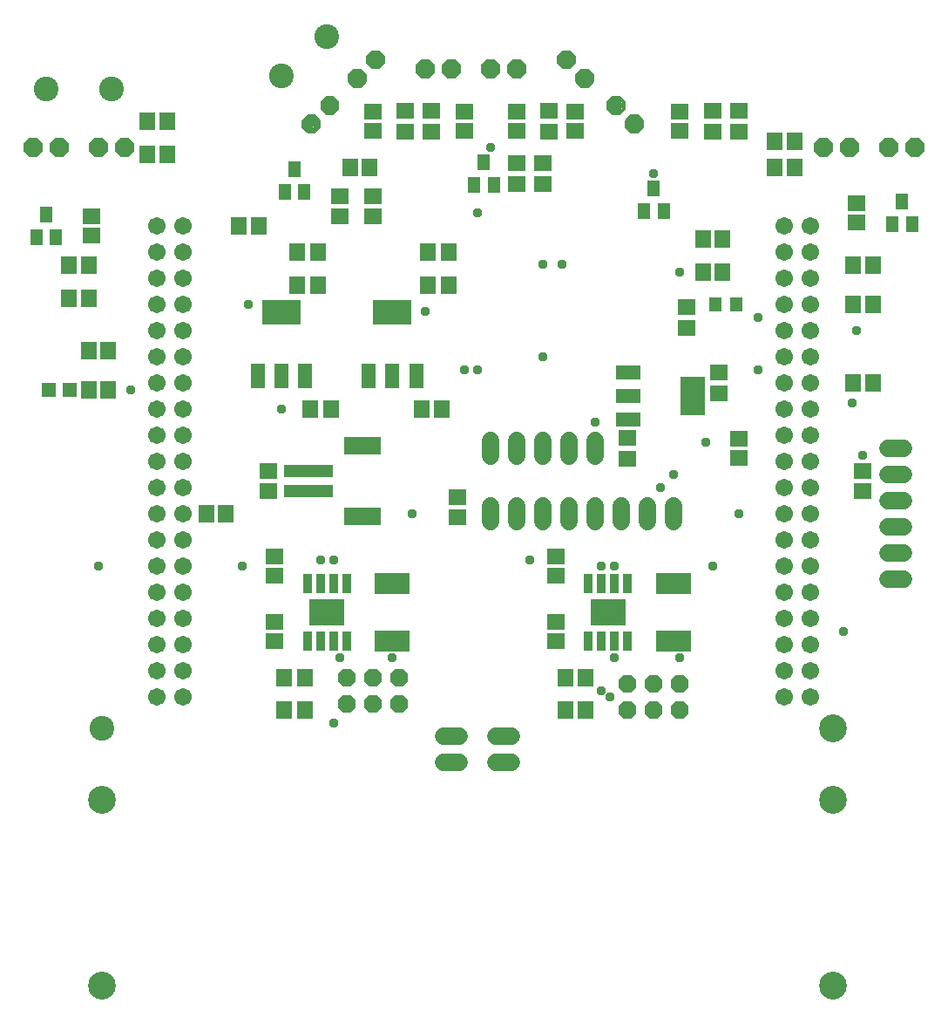
<source format=gts>
G75*
%MOIN*%
%OFA0B0*%
%FSLAX25Y25*%
%IPPOS*%
%LPD*%
%AMOC8*
5,1,8,0,0,1.08239X$1,22.5*
%
%ADD10C,0.10643*%
%ADD11C,0.09461*%
%ADD12R,0.07099X0.05918*%
%ADD13R,0.05918X0.07099*%
%ADD14R,0.05599X0.09599*%
%ADD15R,0.14973X0.09461*%
%ADD16R,0.18910X0.04737*%
%ADD17R,0.14186X0.07099*%
%ADD18OC8,0.06800*%
%ADD19C,0.01480*%
%ADD20R,0.05524X0.05524*%
%ADD21OC8,0.07400*%
%ADD22C,0.06800*%
%ADD23R,0.04737X0.06312*%
%ADD24R,0.05918X0.06706*%
%ADD25R,0.06706X0.05918*%
%ADD26R,0.13398X0.07887*%
%ADD27R,0.03359X0.07690*%
%ADD28R,0.13792X0.10288*%
%ADD29C,0.06737*%
%ADD30R,0.04737X0.05721*%
%ADD31R,0.09599X0.05599*%
%ADD32R,0.09461X0.14973*%
%ADD33C,0.03778*%
D10*
X0084012Y0026185D03*
X0084012Y0097051D03*
X0363540Y0097051D03*
X0363540Y0124610D03*
X0363540Y0026185D03*
D11*
X0084012Y0124610D03*
X0087595Y0369000D03*
X0062595Y0369000D03*
X0152595Y0374000D03*
X0170095Y0389000D03*
D12*
X0200095Y0360437D03*
X0200095Y0352563D03*
X0210095Y0352563D03*
X0210095Y0360437D03*
X0242595Y0360240D03*
X0242595Y0352760D03*
X0242595Y0340437D03*
X0242595Y0332563D03*
X0252595Y0332563D03*
X0252595Y0340437D03*
X0255095Y0352563D03*
X0255095Y0360437D03*
X0305095Y0360240D03*
X0305095Y0352760D03*
X0317595Y0352563D03*
X0317595Y0360437D03*
X0327595Y0360437D03*
X0327595Y0352563D03*
X0372595Y0325240D03*
X0372595Y0317760D03*
X0320095Y0260437D03*
X0320095Y0252563D03*
X0327595Y0235240D03*
X0327595Y0227760D03*
X0285095Y0227563D03*
X0285095Y0235437D03*
X0307595Y0277563D03*
X0307595Y0285437D03*
X0375095Y0222937D03*
X0375095Y0215063D03*
X0220095Y0212740D03*
X0220095Y0205260D03*
X0147595Y0215063D03*
X0147595Y0222937D03*
X0080095Y0312760D03*
X0080095Y0320240D03*
X0175095Y0320063D03*
X0175095Y0327937D03*
X0187595Y0327937D03*
X0187595Y0320063D03*
D13*
X0186335Y0339000D03*
X0178855Y0339000D03*
X0166532Y0306500D03*
X0158658Y0306500D03*
X0158658Y0294000D03*
X0166532Y0294000D03*
X0143835Y0316500D03*
X0136355Y0316500D03*
X0109032Y0344000D03*
X0101158Y0344000D03*
X0079032Y0301500D03*
X0071158Y0301500D03*
X0071158Y0289000D03*
X0079032Y0289000D03*
X0078855Y0269000D03*
X0086335Y0269000D03*
X0123855Y0206500D03*
X0131335Y0206500D03*
X0163658Y0246500D03*
X0171532Y0246500D03*
X0206158Y0246500D03*
X0214032Y0246500D03*
X0216532Y0294000D03*
X0208658Y0294000D03*
X0208658Y0306500D03*
X0216532Y0306500D03*
X0313855Y0311500D03*
X0321335Y0311500D03*
X0321335Y0299000D03*
X0313855Y0299000D03*
X0341158Y0349000D03*
X0349032Y0349000D03*
X0371158Y0301500D03*
X0379032Y0301500D03*
X0379032Y0286500D03*
X0371158Y0286500D03*
X0371355Y0256500D03*
X0378835Y0256500D03*
X0269032Y0144000D03*
X0261158Y0144000D03*
X0261158Y0131500D03*
X0269032Y0131500D03*
X0161532Y0131500D03*
X0153658Y0131500D03*
X0153658Y0144000D03*
X0161532Y0144000D03*
D14*
X0161694Y0259299D03*
X0152595Y0259299D03*
X0143497Y0259299D03*
X0185997Y0259299D03*
X0195095Y0259299D03*
X0204194Y0259299D03*
D15*
X0195095Y0283701D03*
X0152595Y0283701D03*
D16*
X0163028Y0222937D03*
X0163028Y0215063D03*
D17*
X0183501Y0205614D03*
X0183501Y0232386D03*
D18*
X0187595Y0144000D03*
X0177595Y0144000D03*
X0177595Y0134000D03*
X0187595Y0134000D03*
X0197595Y0134000D03*
X0197595Y0144000D03*
X0285095Y0141500D03*
X0285095Y0131500D03*
X0295095Y0131500D03*
X0295095Y0141500D03*
X0305095Y0141500D03*
X0305095Y0131500D03*
D19*
X0288117Y0353245D02*
X0288857Y0352505D01*
X0286405Y0352505D01*
X0284672Y0354238D01*
X0284672Y0356690D01*
X0286405Y0358423D01*
X0288857Y0358423D01*
X0290590Y0356690D01*
X0290590Y0354238D01*
X0288857Y0352505D01*
X0288397Y0353615D01*
X0286865Y0353615D01*
X0285782Y0354698D01*
X0285782Y0356230D01*
X0286865Y0357313D01*
X0288397Y0357313D01*
X0289480Y0356230D01*
X0289480Y0354698D01*
X0288397Y0353615D01*
X0287937Y0354725D01*
X0287325Y0354725D01*
X0286892Y0355158D01*
X0286892Y0355770D01*
X0287325Y0356203D01*
X0287937Y0356203D01*
X0288370Y0355770D01*
X0288370Y0355158D01*
X0287937Y0354725D01*
X0281046Y0360317D02*
X0281786Y0359577D01*
X0279334Y0359577D01*
X0277601Y0361310D01*
X0277601Y0363762D01*
X0279334Y0365495D01*
X0281786Y0365495D01*
X0283519Y0363762D01*
X0283519Y0361310D01*
X0281786Y0359577D01*
X0281326Y0360687D01*
X0279794Y0360687D01*
X0278711Y0361770D01*
X0278711Y0363302D01*
X0279794Y0364385D01*
X0281326Y0364385D01*
X0282409Y0363302D01*
X0282409Y0361770D01*
X0281326Y0360687D01*
X0280866Y0361797D01*
X0280254Y0361797D01*
X0279821Y0362230D01*
X0279821Y0362842D01*
X0280254Y0363275D01*
X0280866Y0363275D01*
X0281299Y0362842D01*
X0281299Y0362230D01*
X0280866Y0361797D01*
X0268145Y0375183D02*
X0267405Y0375923D01*
X0269857Y0375923D01*
X0271590Y0374190D01*
X0271590Y0371738D01*
X0269857Y0370005D01*
X0267405Y0370005D01*
X0265672Y0371738D01*
X0265672Y0374190D01*
X0267405Y0375923D01*
X0267865Y0374813D01*
X0269397Y0374813D01*
X0270480Y0373730D01*
X0270480Y0372198D01*
X0269397Y0371115D01*
X0267865Y0371115D01*
X0266782Y0372198D01*
X0266782Y0373730D01*
X0267865Y0374813D01*
X0268325Y0373703D01*
X0268937Y0373703D01*
X0269370Y0373270D01*
X0269370Y0372658D01*
X0268937Y0372225D01*
X0268325Y0372225D01*
X0267892Y0372658D01*
X0267892Y0373270D01*
X0268325Y0373703D01*
X0261074Y0382255D02*
X0260334Y0382995D01*
X0262786Y0382995D01*
X0264519Y0381262D01*
X0264519Y0378810D01*
X0262786Y0377077D01*
X0260334Y0377077D01*
X0258601Y0378810D01*
X0258601Y0381262D01*
X0260334Y0382995D01*
X0260794Y0381885D01*
X0262326Y0381885D01*
X0263409Y0380802D01*
X0263409Y0379270D01*
X0262326Y0378187D01*
X0260794Y0378187D01*
X0259711Y0379270D01*
X0259711Y0380802D01*
X0260794Y0381885D01*
X0261254Y0380775D01*
X0261866Y0380775D01*
X0262299Y0380342D01*
X0262299Y0379730D01*
X0261866Y0379297D01*
X0261254Y0379297D01*
X0260821Y0379730D01*
X0260821Y0380342D01*
X0261254Y0380775D01*
X0190850Y0380522D02*
X0191590Y0381262D01*
X0191590Y0378810D01*
X0189857Y0377077D01*
X0187405Y0377077D01*
X0185672Y0378810D01*
X0185672Y0381262D01*
X0187405Y0382995D01*
X0189857Y0382995D01*
X0191590Y0381262D01*
X0190480Y0380802D01*
X0190480Y0379270D01*
X0189397Y0378187D01*
X0187865Y0378187D01*
X0186782Y0379270D01*
X0186782Y0380802D01*
X0187865Y0381885D01*
X0189397Y0381885D01*
X0190480Y0380802D01*
X0189370Y0380342D01*
X0189370Y0379730D01*
X0188937Y0379297D01*
X0188325Y0379297D01*
X0187892Y0379730D01*
X0187892Y0380342D01*
X0188325Y0380775D01*
X0188937Y0380775D01*
X0189370Y0380342D01*
X0183779Y0373450D02*
X0184519Y0374190D01*
X0184519Y0371738D01*
X0182786Y0370005D01*
X0180334Y0370005D01*
X0178601Y0371738D01*
X0178601Y0374190D01*
X0180334Y0375923D01*
X0182786Y0375923D01*
X0184519Y0374190D01*
X0183409Y0373730D01*
X0183409Y0372198D01*
X0182326Y0371115D01*
X0180794Y0371115D01*
X0179711Y0372198D01*
X0179711Y0373730D01*
X0180794Y0374813D01*
X0182326Y0374813D01*
X0183409Y0373730D01*
X0182299Y0373270D01*
X0182299Y0372658D01*
X0181866Y0372225D01*
X0181254Y0372225D01*
X0180821Y0372658D01*
X0180821Y0373270D01*
X0181254Y0373703D01*
X0181866Y0373703D01*
X0182299Y0373270D01*
X0168912Y0362050D02*
X0168172Y0361310D01*
X0168172Y0363762D01*
X0169905Y0365495D01*
X0172357Y0365495D01*
X0174090Y0363762D01*
X0174090Y0361310D01*
X0172357Y0359577D01*
X0169905Y0359577D01*
X0168172Y0361310D01*
X0169282Y0361770D01*
X0169282Y0363302D01*
X0170365Y0364385D01*
X0171897Y0364385D01*
X0172980Y0363302D01*
X0172980Y0361770D01*
X0171897Y0360687D01*
X0170365Y0360687D01*
X0169282Y0361770D01*
X0170392Y0362230D01*
X0170392Y0362842D01*
X0170825Y0363275D01*
X0171437Y0363275D01*
X0171870Y0362842D01*
X0171870Y0362230D01*
X0171437Y0361797D01*
X0170825Y0361797D01*
X0170392Y0362230D01*
X0161841Y0354978D02*
X0161101Y0354238D01*
X0161101Y0356690D01*
X0162834Y0358423D01*
X0165286Y0358423D01*
X0167019Y0356690D01*
X0167019Y0354238D01*
X0165286Y0352505D01*
X0162834Y0352505D01*
X0161101Y0354238D01*
X0162211Y0354698D01*
X0162211Y0356230D01*
X0163294Y0357313D01*
X0164826Y0357313D01*
X0165909Y0356230D01*
X0165909Y0354698D01*
X0164826Y0353615D01*
X0163294Y0353615D01*
X0162211Y0354698D01*
X0163321Y0355158D01*
X0163321Y0355770D01*
X0163754Y0356203D01*
X0164366Y0356203D01*
X0164799Y0355770D01*
X0164799Y0355158D01*
X0164366Y0354725D01*
X0163754Y0354725D01*
X0163321Y0355158D01*
D20*
X0071729Y0254000D03*
X0063461Y0254000D03*
D21*
X0067595Y0346500D03*
X0057595Y0346500D03*
X0082595Y0346500D03*
X0092595Y0346500D03*
X0207595Y0376500D03*
X0217595Y0376500D03*
X0232595Y0376500D03*
X0242595Y0376500D03*
X0360095Y0346500D03*
X0370095Y0346500D03*
X0385095Y0346500D03*
X0395095Y0346500D03*
D22*
X0390595Y0231500D02*
X0384595Y0231500D01*
X0384595Y0221500D02*
X0390595Y0221500D01*
X0390595Y0211500D02*
X0384595Y0211500D01*
X0384595Y0201500D02*
X0390595Y0201500D01*
X0390595Y0191500D02*
X0384595Y0191500D01*
X0384595Y0181500D02*
X0390595Y0181500D01*
X0302595Y0203500D02*
X0302595Y0209500D01*
X0292595Y0209500D02*
X0292595Y0203500D01*
X0282595Y0203500D02*
X0282595Y0209500D01*
X0272595Y0209500D02*
X0272595Y0203500D01*
X0262595Y0203500D02*
X0262595Y0209500D01*
X0252595Y0209500D02*
X0252595Y0203500D01*
X0242595Y0203500D02*
X0242595Y0209500D01*
X0232595Y0209500D02*
X0232595Y0203500D01*
X0232595Y0228500D02*
X0232595Y0234500D01*
X0242595Y0234500D02*
X0242595Y0228500D01*
X0252595Y0228500D02*
X0252595Y0234500D01*
X0262595Y0234500D02*
X0262595Y0228500D01*
X0272595Y0228500D02*
X0272595Y0234500D01*
X0240595Y0121500D02*
X0234595Y0121500D01*
X0234595Y0111500D02*
X0240595Y0111500D01*
X0220595Y0111500D02*
X0214595Y0111500D01*
X0214595Y0121500D02*
X0220595Y0121500D01*
D23*
X0066335Y0312169D03*
X0058855Y0312169D03*
X0062595Y0320831D03*
X0153855Y0329669D03*
X0161335Y0329669D03*
X0157595Y0338331D03*
X0226355Y0332169D03*
X0233835Y0332169D03*
X0230095Y0340831D03*
X0291355Y0322169D03*
X0298835Y0322169D03*
X0295095Y0330831D03*
X0386355Y0317169D03*
X0393835Y0317169D03*
X0390095Y0325831D03*
D24*
X0348835Y0339000D03*
X0341355Y0339000D03*
X0108835Y0356500D03*
X0101355Y0356500D03*
X0086335Y0254000D03*
X0078855Y0254000D03*
D25*
X0150095Y0190240D03*
X0150095Y0182760D03*
X0150095Y0165240D03*
X0150095Y0157760D03*
X0257595Y0157760D03*
X0257595Y0165240D03*
X0257595Y0182760D03*
X0257595Y0190240D03*
X0265095Y0352760D03*
X0265095Y0360240D03*
X0222595Y0360240D03*
X0222595Y0352760D03*
X0187595Y0352760D03*
X0187595Y0360240D03*
D26*
X0195095Y0180024D03*
X0195095Y0157976D03*
X0302595Y0157976D03*
X0302595Y0180024D03*
D27*
X0285095Y0180024D03*
X0280095Y0180024D03*
X0275095Y0180024D03*
X0270095Y0180024D03*
X0270095Y0157976D03*
X0275095Y0157976D03*
X0280095Y0157976D03*
X0285095Y0157976D03*
X0177595Y0157976D03*
X0172595Y0157976D03*
X0167595Y0157976D03*
X0162595Y0157976D03*
X0162595Y0180024D03*
X0167595Y0180024D03*
X0172595Y0180024D03*
X0177595Y0180024D03*
D28*
X0170095Y0169000D03*
X0277595Y0169000D03*
D29*
X0345095Y0166500D03*
X0345095Y0156500D03*
X0345095Y0146500D03*
X0345095Y0136500D03*
X0355095Y0136500D03*
X0355095Y0146500D03*
X0355095Y0156500D03*
X0355095Y0166500D03*
X0355095Y0176500D03*
X0355095Y0186500D03*
X0345095Y0186500D03*
X0345095Y0176500D03*
X0345095Y0196500D03*
X0345095Y0206500D03*
X0345095Y0216500D03*
X0345095Y0226500D03*
X0345095Y0236500D03*
X0345095Y0246500D03*
X0345095Y0256500D03*
X0345095Y0266500D03*
X0345095Y0276500D03*
X0345095Y0286500D03*
X0345095Y0296500D03*
X0345095Y0306500D03*
X0345095Y0316500D03*
X0355095Y0316500D03*
X0355095Y0306500D03*
X0355095Y0296500D03*
X0355095Y0286500D03*
X0355095Y0276500D03*
X0355095Y0266500D03*
X0355095Y0256500D03*
X0355095Y0246500D03*
X0355095Y0236500D03*
X0355095Y0226500D03*
X0355095Y0216500D03*
X0355095Y0206500D03*
X0355095Y0196500D03*
X0115095Y0196500D03*
X0105095Y0196500D03*
X0105095Y0206500D03*
X0115095Y0206500D03*
X0115095Y0216500D03*
X0105095Y0216500D03*
X0105095Y0226500D03*
X0105095Y0236500D03*
X0115095Y0236500D03*
X0115095Y0226500D03*
X0115095Y0246500D03*
X0105095Y0246500D03*
X0105095Y0256500D03*
X0115095Y0256500D03*
X0115095Y0266500D03*
X0105095Y0266500D03*
X0105095Y0276500D03*
X0115095Y0276500D03*
X0115095Y0286500D03*
X0105095Y0286500D03*
X0105095Y0296500D03*
X0115095Y0296500D03*
X0115095Y0306500D03*
X0105095Y0306500D03*
X0105095Y0316500D03*
X0115095Y0316500D03*
X0115095Y0186500D03*
X0105095Y0186500D03*
X0105095Y0176500D03*
X0115095Y0176500D03*
X0115095Y0166500D03*
X0105095Y0166500D03*
X0105095Y0156500D03*
X0115095Y0156500D03*
X0115095Y0146500D03*
X0105095Y0146500D03*
X0105095Y0136500D03*
X0115095Y0136500D03*
D30*
X0318658Y0286500D03*
X0326532Y0286500D03*
D31*
X0285394Y0260598D03*
X0285394Y0251500D03*
X0285394Y0242402D03*
D32*
X0309796Y0251500D03*
D33*
X0315095Y0234000D03*
X0302595Y0221500D03*
X0297595Y0216500D03*
X0272595Y0241500D03*
X0252595Y0266500D03*
X0227595Y0261500D03*
X0222595Y0261500D03*
X0207595Y0284000D03*
X0227595Y0321500D03*
X0232595Y0346500D03*
X0252595Y0301989D03*
X0260095Y0301989D03*
X0295095Y0336500D03*
X0305095Y0299000D03*
X0335095Y0281500D03*
X0335095Y0261500D03*
X0371084Y0249000D03*
X0375095Y0229000D03*
X0372595Y0276500D03*
X0327595Y0206500D03*
X0317595Y0186500D03*
X0305095Y0151500D03*
X0282595Y0166500D03*
X0277595Y0166500D03*
X0272595Y0166500D03*
X0272595Y0171500D03*
X0277595Y0171500D03*
X0282595Y0171500D03*
X0280095Y0186500D03*
X0275095Y0186500D03*
X0247595Y0189000D03*
X0220095Y0206500D03*
X0220095Y0214000D03*
X0202595Y0206500D03*
X0172595Y0189000D03*
X0167595Y0189000D03*
X0137595Y0186500D03*
X0175095Y0151500D03*
X0195095Y0151500D03*
X0172595Y0126500D03*
X0082595Y0186500D03*
X0152595Y0246500D03*
X0140095Y0286500D03*
X0095095Y0254000D03*
X0275095Y0139000D03*
X0278155Y0136435D03*
X0280095Y0151500D03*
X0367595Y0161500D03*
M02*

</source>
